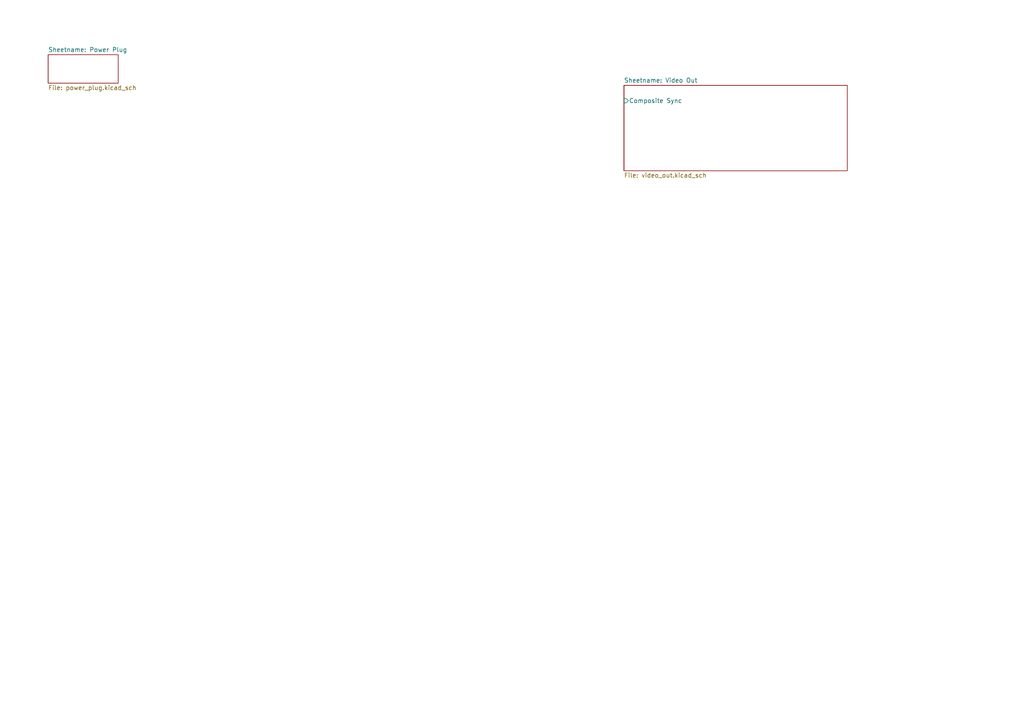
<source format=kicad_sch>
(kicad_sch (version 20230121) (generator eeschema)
  (paper "A4")
  (title_block (title "Apple II Clone") (rev "1") (comment 1 "Main Logic Board B20-0044 Rev 01"))
  (lib_symbols)
  (sheet (at 13.97 15.875) (size 20.32 8.255) (stroke (width 0.1524))
    (property "Sheetname" "Power Plug" (at 13.97 15.1634 0) (show_name) (effects (justify left bottom)))
    (property "Sheetfile" "power_plug.kicad_sch" (at 13.97 24.7146 0) (effects (justify left top)))
  )
  (sheet (at 180.975 24.765) (size 64.77 24.765) (stroke (width 0.1524))
    (property "Sheetname" "Video Out" (at 180.975 24.0534 0) (show_name) (effects (justify left bottom)))
    (property "Sheetfile" "video_out.kicad_sch" (at 180.975 50.1146 0) (effects (justify left top)))
    (pin "Composite Sync" input (at 180.975 29.21 180))
  )
)
</source>
